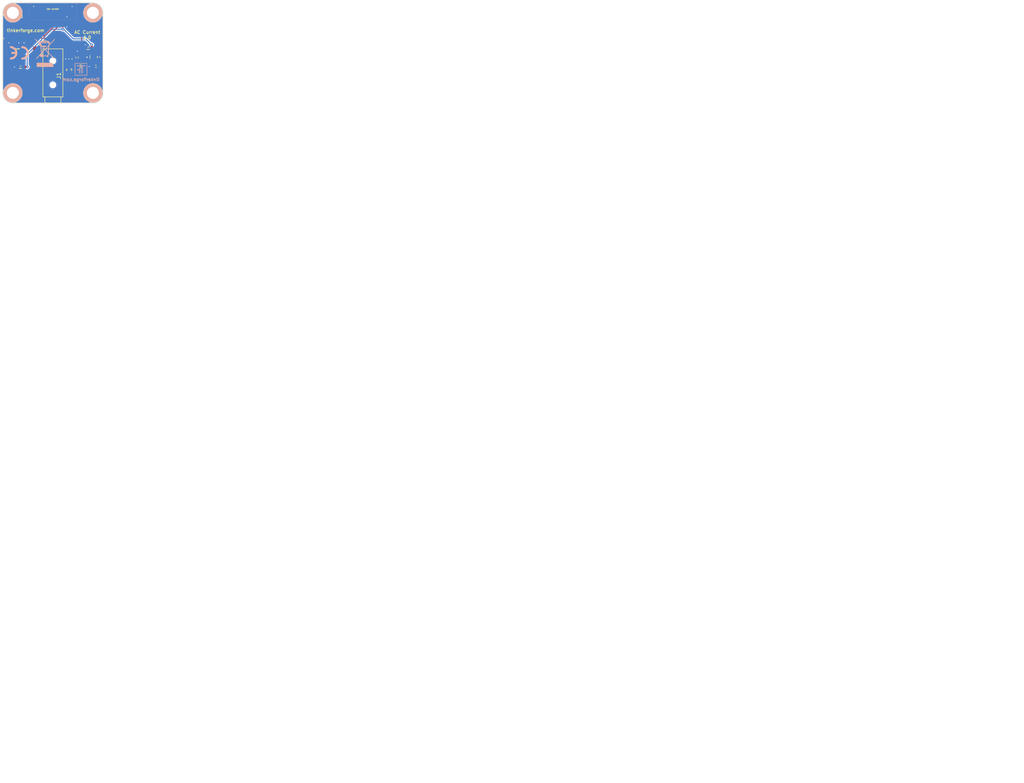
<source format=kicad_pcb>
(kicad_pcb (version 20221018) (generator pcbnew)
  (layers (0 "F.Cu" signal) (31 "B.Cu" signal) (34 "B.Paste" user) (35 "F.Paste" user) (36 "B.SilkS" user "B.Silkscreen") (37 "F.SilkS" user "F.Silkscreen") (38 "B.Mask" user) (39 "F.Mask" user) (44 "Edge.Cuts" user))
  (net 0 "")
  (net 1 "GND")
  (net 2 "VCC")
  (net 3 "Net-(P1-Pad4)")
  (net 4 "Net-(P1-Pad5)")
  (net 5 "Net-(P1-Pad6)")
  (net 6 "Net-(C3-Pad1)")
  (net 7 "Net-(P1-Pad7)")
  (net 8 "Net-(J1-Pad1)")
  (net 9 "Net-(R1-Pad1)")
  (footprint "Fiducial_Mark" (layer "F.Cu") (at 146 65)
    (fp_text reference "Fiducial_Mark" hide)
    (fp_text value "VAL**" hide)
    (pad "1" smd circle (at 0 0) (size 1.00076 1.00076) (layers "F.Cu" "F.Mask") (clearance 0.65024))
  )
  (footprint "Fiducial_Mark" (layer "F.Cu") (at 159 80)
    (fp_text reference "Fiducial_Mark" hide)
    (fp_text value "VAL**" hide)
    (pad "1" smd circle (at 0 0) (size 1.00076 1.00076) (layers "F.Cu" "F.Mask") (clearance 0.65024))
  )
  (footprint "kicad-libraries:0603" (layer "F.Cu") (at 144.5 75.5 180)
    (fp_text reference "C1" (at 0.05 0.225 180) (layer "F.SilkS") (effects (font (size 0.2 0.2) (thickness 0.05))))
    (fp_text value "100nF" (at 0.05 -0.375 180) (layer "F.SilkS") (effects (font (size 0.2 0.2) (thickness 0.05))))
    (pad "1" smd rect (at -0.8001 0 180) (size 0.8001 0.8001) (layers "F.Cu" "F.Paste" "F.Mask") (net 2 "VCC"))
    (pad "2" smd rect (at 0.8001 0 180) (size 0.8001 0.8001) (layers "F.Cu" "F.Paste" "F.Mask") (net 1 "GND"))
  )
  (footprint "kicad-libraries:0603" (layer "F.Cu") (at 161.4 70.8 180)
    (fp_text reference "C2" (at 0.05 0.225 180) (layer "F.SilkS") (effects (font (size 0.2 0.2) (thickness 0.05))))
    (fp_text value "100nF" (at 0.05 -0.375 180) (layer "F.SilkS") (effects (font (size 0.2 0.2) (thickness 0.05))))
    (pad "1" smd rect (at -0.8001 0 180) (size 0.8001 0.8001) (layers "F.Cu" "F.Paste" "F.Mask") (net 2 "VCC"))
    (pad "2" smd rect (at 0.8001 0 180) (size 0.8001 0.8001) (layers "F.Cu" "F.Paste" "F.Mask") (net 1 "GND"))
  )
  (footprint "kicad-libraries:0603" (layer "F.Cu") (at 158.6 73.2 90)
    (fp_text reference "C3" (at 0.05 0.225 90) (layer "F.SilkS") (effects (font (size 0.2 0.2) (thickness 0.05))))
    (fp_text value "1nF" (at 0.05 -0.375 90) (layer "F.SilkS") (effects (font (size 0.2 0.2) (thickness 0.05))))
    (pad "1" smd rect (at -0.8001 0 90) (size 0.8001 0.8001) (layers "F.Cu" "F.Paste" "F.Mask") (net 6 "Net-(C3-Pad1)"))
    (pad "2" smd rect (at 0.8001 0 90) (size 0.8001 0.8001) (layers "F.Cu" "F.Paste" "F.Mask") (net 1 "GND"))
  )
  (footprint "kicad-libraries:audio-jack" (layer "F.Cu") (at 152.5 83 90)
    (fp_text reference "J1" (at 5.3 1.5 90) (layer "F.SilkS"))
    (fp_text value "sensor")
    (pad "" np_thru_hole circle (at 3 0 90) (size 1.2 1.2) (drill 1.2) (layers "*.Cu" "*.Mask"))
    (pad "" np_thru_hole circle (at 9 0 90) (size 1.2 1.2) (drill 1.2) (layers "*.Cu" "*.Mask"))
    (pad "1" smd rect (at 1.7 3.5 90) (size 2.4 2.95) (layers "F.Cu" "F.Paste" "F.Mask") (net 8 "Net-(J1-Pad1)"))
    (pad "2" smd rect (at 11.4 3.5 90) (size 2.4 2.95) (layers "F.Cu" "F.Paste" "F.Mask") (net 1 "GND"))
    (pad "3" smd rect (at 4.4 -3.5 90) (size 2.4 2.95) (layers "F.Cu" "F.Paste" "F.Mask"))
    (pad "4" smd rect (at 11.4 -3.5 90) (size 2.4 2.95) (layers "F.Cu" "F.Paste" "F.Mask"))
  )
  (footprint "kicad-libraries:CON-SENSOR" (layer "F.Cu") (at 152.475 59.475 180)
    (fp_text reference "P1" (at 7.9502 -3.50012 180) (layer "F.SilkS") (effects (font (size 0.59944 0.59944) (thickness 0.12446))))
    (fp_text value "CON-SENSOR" (at 0 -1.6002 180) (layer "F.SilkS") (effects (font (size 0.29972 0.29972) (thickness 0.07112))))
    (pad "1" smd rect (at -4.50088 -4.7752 180) (size 0.59944 1.5494) (layers "F.Cu" "F.Paste" "F.Mask"))
    (pad "2" smd rect (at -3.50012 -4.7752 180) (size 0.59944 1.5494) (layers "F.Cu" "F.Paste" "F.Mask") (net 1 "GND"))
    (pad "3" smd rect (at -2.49936 -4.7752 180) (size 0.59944 1.5494) (layers "F.Cu" "F.Paste" "F.Mask") (net 2 "VCC"))
    (pad "4" smd rect (at -1.50114 -4.7752 180) (size 0.59944 1.5494) (layers "F.Cu" "F.Paste" "F.Mask") (net 3 "Net-(P1-Pad4)"))
    (pad "5" smd rect (at -0.50038 -4.7752 180) (size 0.59944 1.5494) (layers "F.Cu" "F.Paste" "F.Mask") (net 4 "Net-(P1-Pad5)"))
    (pad "6" smd rect (at 0.50038 -4.7752 180) (size 0.59944 1.5494) (layers "F.Cu" "F.Paste" "F.Mask") (net 5 "Net-(P1-Pad6)"))
    (pad "7" smd rect (at 1.50114 -4.7752 180) (size 0.59944 1.5494) (layers "F.Cu" "F.Paste" "F.Mask") (net 7 "Net-(P1-Pad7)"))
    (pad "8" smd rect (at 2.49936 -4.7752 180) (size 0.59944 1.5494) (layers "F.Cu" "F.Paste" "F.Mask"))
    (pad "9" smd rect (at 3.50012 -4.7752 180) (size 0.59944 1.5494) (layers "F.Cu" "F.Paste" "F.Mask"))
    (pad "10" smd rect (at 4.50088 -4.7752 180) (size 0.59944 1.5494) (layers "F.Cu" "F.Paste" "F.Mask"))
    (pad "EP" smd rect (at -5.79882 -0.89916 180) (size 1.19888 1.80086) (layers "F.Cu" "F.Paste" "F.Mask") (net 1 "GND"))
    (pad "EP" smd rect (at 5.79882 -0.89916 180) (size 1.19888 1.80086) (layers "F.Cu" "F.Paste" "F.Mask") (net 1 "GND"))
  )
  (footprint "kicad-libraries:0603" (layer "F.Cu") (at 164 73.1 90)
    (fp_text reference "R1" (at 0.05 0.225 90) (layer "F.SilkS") (effects (font (size 0.2 0.2) (thickness 0.05))))
    (fp_text value "10k" (at 0.05 -0.375 90) (layer "F.SilkS") (effects (font (size 0.2 0.2) (thickness 0.05))))
    (pad "1" smd rect (at -0.8001 0 90) (size 0.8001 0.8001) (layers "F.Cu" "F.Paste" "F.Mask") (net 9 "Net-(R1-Pad1)"))
    (pad "2" smd rect (at 0.8001 0 90) (size 0.8001 0.8001) (layers "F.Cu" "F.Paste" "F.Mask") (net 7 "Net-(P1-Pad7)"))
  )
  (footprint "kicad-libraries:0603" (layer "F.Cu") (at 163.2 75.4)
    (fp_text reference "R2" (at 0.05 0.225) (layer "F.SilkS") (effects (font (size 0.2 0.2) (thickness 0.05))))
    (fp_text value "1k" (at 0.05 -0.375) (layer "F.SilkS") (effects (font (size 0.2 0.2) (thickness 0.05))))
    (pad "1" smd rect (at -0.8001 0) (size 0.8001 0.8001) (layers "F.Cu" "F.Paste" "F.Mask") (net 1 "GND"))
    (pad "2" smd rect (at 0.8001 0) (size 0.8001 0.8001) (layers "F.Cu" "F.Paste" "F.Mask") (net 9 "Net-(R1-Pad1)"))
  )
  (footprint "kicad-libraries:0603" (layer "F.Cu") (at 159.4 75.4)
    (fp_text reference "R3" (at 0.05 0.225) (layer "F.SilkS") (effects (font (size 0.2 0.2) (thickness 0.05))))
    (fp_text value "10k" (at 0.05 -0.375) (layer "F.SilkS") (effects (font (size 0.2 0.2) (thickness 0.05))))
    (pad "1" smd rect (at -0.8001 0) (size 0.8001 0.8001) (layers "F.Cu" "F.Paste" "F.Mask") (net 8 "Net-(J1-Pad1)"))
    (pad "2" smd rect (at 0.8001 0) (size 0.8001 0.8001) (layers "F.Cu" "F.Paste" "F.Mask") (net 6 "Net-(C3-Pad1)"))
  )
  (footprint "kicad-libraries:1206" (layer "F.Cu") (at 156.5 76.2 -90)
    (fp_text reference "R4" (at 0 0.5375 270) (layer "F.SilkS") (effects (font (size 0.3 0.3) (thickness 0.075))))
    (fp_text value "10" (at 0 -0.65 270) (layer "F.SilkS") (effects (font (size 0.3 0.3) (thickness 0.075))))
    (pad "1" smd rect (at -1.50114 0 270) (size 1.00076 1.6002) (layers "F.Cu" "F.Paste" "F.Mask") (net 1 "GND"))
    (pad "2" smd rect (at 1.50114 0 270) (size 1.00076 1.6002) (layers "F.Cu" "F.Paste" "F.Mask") (net 8 "Net-(J1-Pad1)"))
  )
  (footprint "kicad-libraries:SOIC8" (layer "F.Cu") (at 143.4 71 180)
    (fp_text reference "U1" (at 3.29946 2.60096 180) (layer "F.SilkS") (effects (font (size 0.29972 0.29972) (thickness 0.0762))))
    (fp_text value "M24C64" (at 0 0 180) (layer "F.SilkS") (effects (font (size 0.29972 0.29972) (thickness 0.0762))))
    (pad "1" smd rect (at -1.90246 2.69748) (size 0.59944 1.5494) (layers "F.Cu" "F.Paste" "F.Mask") (net 1 "GND"))
    (pad "2" smd rect (at -0.63246 2.69748) (size 0.59944 1.5494) (layers "F.Cu" "F.Paste" "F.Mask") (net 1 "GND"))
    (pad "3" smd rect (at 0.63246 2.69748) (size 0.59944 1.5494) (layers "F.Cu" "F.Paste" "F.Mask") (net 5 "Net-(P1-Pad6)"))
    (pad "4" smd rect (at 1.90246 2.69748) (size 0.59944 1.5494) (layers "F.Cu" "F.Paste" "F.Mask") (net 1 "GND"))
    (pad "5" smd rect (at 1.90246 -2.69748 180) (size 0.59944 1.5494) (layers "F.Cu" "F.Paste" "F.Mask") (net 4 "Net-(P1-Pad5)"))
    (pad "6" smd rect (at 0.63246 -2.69748 180) (size 0.59944 1.5494) (layers "F.Cu" "F.Paste" "F.Mask") (net 3 "Net-(P1-Pad4)"))
    (pad "7" smd rect (at -0.63246 -2.69748 180) (size 0.59944 1.5494) (layers "F.Cu" "F.Paste" "F.Mask"))
    (pad "8" smd rect (at -1.90246 -2.69748 180) (size 0.59944 1.5494) (layers "F.Cu" "F.Paste" "F.Mask") (net 2 "VCC"))
  )
  (footprint "kicad-libraries:SOT23-5" (layer "F.Cu") (at 161.4 73.1 -90)
    (fp_text reference "U2" (at 0 0.35052 270) (layer "F.SilkS") (effects (font (size 0.2 0.2) (thickness 0.05))))
    (fp_text value "TLV271" (at -0.03 -0.38 270) (layer "F.SilkS") (effects (font (size 0.2 0.2) (thickness 0.05))))
    (pad "1" smd rect (at -0.94996 1.19888 270) (size 0.50038 0.8001) (layers "F.Cu" "F.Paste" "F.Mask") (net 7 "Net-(P1-Pad7)"))
    (pad "2" smd rect (at 0 1.19888 270) (size 0.50038 0.8001) (layers "F.Cu" "F.Paste" "F.Mask") (net 1 "GND"))
    (pad "3" smd rect (at 0.94996 1.19888 270) (size 0.50038 0.8001) (layers "F.Cu" "F.Paste" "F.Mask") (net 6 "Net-(C3-Pad1)"))
    (pad "4" smd rect (at 0.94996 -1.19888 270) (size 0.50038 0.8001) (layers "F.Cu" "F.Paste" "F.Mask") (net 9 "Net-(R1-Pad1)"))
    (pad "5" smd rect (at -0.94996 -1.19888 270) (size 0.50038 0.8001) (layers "F.Cu" "F.Paste" "F.Mask") (net 2 "VCC"))
  )
  (footprint "kicad-libraries:DRILL_NP" (layer "F.Cu") (at 162.5 62)
    (fp_text reference "U3" hide)
    (fp_text value "DRILL" hide)
    (pad "" np_thru_hole circle (at 0 0) (size 2.99974 2.99974) (drill 2.99974) (layers "*.Cu" "*.Mask" "F.SilkS") (clearance 0.89916))
  )
  (footprint "kicad-libraries:DRILL_NP" (layer "F.Cu") (at 142.5 82)
    (fp_text reference "U4" hide)
    (fp_text value "DRILL" hide)
    (pad "" np_thru_hole circle (at 0 0) (size 2.99974 2.99974) (drill 2.99974) (layers "*.Cu" "*.Mask" "F.SilkS") (clearance 0.89916))
  )
  (footprint "kicad-libraries:DRILL_NP" (layer "F.Cu") (at 162.5 82)
    (fp_text reference "U5" hide)
    (fp_text value "DRILL" hide)
    (pad "" np_thru_hole circle (at 0 0) (size 2.99974 2.99974) (drill 2.99974) (layers "*.Cu" "*.Mask" "F.SilkS") (clearance 0.89916))
  )
  (footprint "kicad-libraries:DRILL_NP" (layer "F.Cu") (at 142.5 62)
    (fp_text reference "U6" hide)
    (fp_text value "DRILL" hide)
    (pad "" np_thru_hole circle (at 0 0) (size 2.99974 2.99974) (drill 2.99974) (layers "*.Cu" "*.Mask" "F.SilkS") (clearance 0.89916))
  )
  (footprint "CE_5mm" (layer "B.Cu") (at 144.1 72 180)
    (fp_text reference "VAL" hide)
    (fp_text value "CE_5mm" hide)
  )
  (footprint "WEEE_7mm" (layer "B.Cu") (at 150.5 72)
    (fp_text reference "VAL" hide)
    (fp_text value "WEEE_7mm" hide)
  )
  (footprint "logo:Logo_31x31" (layer "B.Cu") (at 161.1 74.525 180)
    (fp_text reference "G***" hide)
    (fp_text value "Logo_31x31" hide)
  )
  (gr_arc (start 162.5 59.5) (mid 164.267767 60.232233) (end 165 62) (stroke (width 0.15)) (layer "Edge.Cuts"))
  (gr_line (start 162.5 59.5) (end 142.5 59.5) (stroke (width 0.15)) (layer "Edge.Cuts"))
  (gr_line (start 140 82) (end 140 62) (stroke (width 0.15)) (layer "Edge.Cuts"))
  (gr_line (start 165 62) (end 165 82) (stroke (width 0.15)) (layer "Edge.Cuts"))
  (gr_arc (start 165 82) (mid 164.267767 83.767767) (end 162.5 84.5) (stroke (width 0.15)) (layer "Edge.Cuts"))
  (gr_arc (start 142.5 84.5) (mid 140.732233 83.767767) (end 140 82) (stroke (width 0.15)) (layer "Edge.Cuts"))
  (gr_line (start 142.5 84.5) (end 162.5 84.5) (stroke (width 0.15)) (layer "Edge.Cuts"))
  (gr_arc (start 140 62) (mid 140.732233 60.232233) (end 142.5 59.5) (stroke (width 0.15)) (layer "Edge.Cuts"))
  (gr_text "tinkerforge.com" (at 159.475 78.65) (layer "B.SilkS") (effects (font (size 0.8 0.8)) (justify mirror)))
  (gr_text "AC Current\n1.0" (at 161.1 67.5) (layer "F.SilkS") (effects (font (size 0.8 0.8))))
  (gr_text "tinkerforge.com" (at 145.7 66.4) (layer "F.SilkS") (effects (font (size 0.8 0.8))))
  (segment (start 160.5999 70.0001) (end 160.6 70) (width 0.5) (layer "F.Cu") (net 1))
  (segment (start 155.97512 63.02488) (end 156 63) (width 0.5) (layer "F.Cu") (net 1))
  (segment (start 155.97512 65.47512) (end 156 65.5) (width 0.5) (layer "F.Cu") (net 1))
  (segment (start 145.3 69.5) (end 145.30246 69.49754) (width 0.254) (layer "F.Cu") (net 1))
  (segment (start 145.30246 69.49754) (end 145.30246 68.30252) (width 0.254) (layer "F.Cu") (net 1))
  (segment (start 144.03246 69.46754) (end 144 69.5) (width 0.254) (layer "F.Cu") (net 1))
  (segment (start 141.49754 69.49754) (end 141.5 69.5) (width 0.254) (layer "F.Cu") (net 1))
  (segment (start 147.67416 60.37416) (end 147.7 60.4) (width 0.254) (layer "F.Cu") (net 1))
  (segment (start 157.3 60.4) (end 157.32584 60.37416) (width 0.254) (layer "F.Cu") (net 1))
  (segment (start 157.32584 60.37416) (end 158.27382 60.37416) (width 0.254) (layer "F.Cu") (net 1))
  (segment (start 156.5 74.325) (end 155.7 73.525) (width 0.5) (layer "F.Cu") (net 1))
  (segment (start 156.5 74.3) (end 157.275 73.525) (width 0.5) (layer "F.Cu") (net 1))
  (segment (start 156.5 72.1) (end 156 71.6) (width 0.5) (layer "F.Cu") (net 1))
  (segment (start 142.9 75.5) (end 143.6999 75.5) (width 0.5) (layer "F.Cu") (net 1))
  (segment (start 155.97512 64.2502) (end 155.97512 63.02488) (width 0.5) (layer "F.Cu") (net 1))
  (segment (start 141.49754 68.30252) (end 141.49754 69.49754) (width 0.254) (layer "F.Cu") (net 1))
  (segment (start 156.5 72.1) (end 156.5 73.525) (width 0.5) (layer "F.Cu") (net 1))
  (segment (start 144.03246 68.30252) (end 144.03246 69.46754) (width 0.254) (layer "F.Cu") (net 1))
  (segment (start 156.5 74.69886) (end 156.5 74.325) (width 0.5) (layer "F.Cu") (net 1))
  (segment (start 160.20112 73.1) (end 161 73.1) (width 0.5) (layer "F.Cu") (net 1))
  (segment (start 158.6 71.6) (end 158.6 72.3999) (width 0.5) (layer "F.Cu") (net 1))
  (segment (start 160.5999 70.8) (end 160.5999 70.0001) (width 0.5) (layer "F.Cu") (net 1))
  (segment (start 155.97512 64.2502) (end 155.97512 65.47512) (width 0.5) (layer "F.Cu") (net 1))
  (segment (start 156.5 74.69886) (end 156.5 74.3) (width 0.5) (layer "F.Cu") (net 1))
  (segment (start 156.5 73.525) (end 156.5 74.69886) (width 0.5) (layer "F.Cu") (net 1))
  (segment (start 161.6 75.4) (end 162.3999 75.4) (width 0.5) (layer "F.Cu") (net 1))
  (segment (start 146.67618 60.37416) (end 147.67416 60.37416) (width 0.254) (layer "F.Cu") (net 1))
  (via (at 142.9 75.5) (size 0.7) (drill 0.25) (layers "F.Cu" "B.Cu") (net 1))
  (via (at 144 69.5) (size 0.7) (drill 0.25) (layers "F.Cu" "B.Cu") (net 1))
  (via (at 158.6 71.6) (size 0.7) (drill 0.25) (layers "F.Cu" "B.Cu") (net 1))
  (via (at 157.3 60.4) (size 0.7) (drill 0.25) (layers "F.Cu" "B.Cu") (net 1))
  (via (at 160.6 70) (size 0.7) (drill 0.25) (layers "F.Cu" "B.Cu") (net 1))
  (via (at 156 63) (size 0.7) (drill 0.25) (layers "F.Cu" "B.Cu") (net 1))
  (via (at 161 73.1) (size 0.7) (drill 0.25) (layers "F.Cu" "B.Cu") (net 1))
  (via (at 145.3 69.5) (size 0.7) (drill 0.25) (layers "F.Cu" "B.Cu") (net 1))
  (via (at 161.6 75.4) (size 0.7) (drill 0.25) (layers "F.Cu" "B.Cu") (net 1))
  (via (at 147.7 60.4) (size 0.7) (drill 0.25) (layers "F.Cu" "B.Cu") (net 1))
  (via (at 155.7 73.525) (size 0.7) (drill 0.25) (layers "F.Cu" "B.Cu") (net 1))
  (via (at 156 65.5) (size 0.7) (drill 0.25) (layers "F.Cu" "B.Cu") (net 1))
  (via (at 141.5 69.5) (size 0.7) (drill 0.25) (layers "F.Cu" "B.Cu") (net 1))
  (via (at 156.5 73.525) (size 0.7) (drill 0.25) (layers "F.Cu" "B.Cu") (net 1))
  (via (at 157.275 73.525) (size 0.7) (drill 0.25) (layers "F.Cu" "B.Cu") (net 1))
  (segment (start 161.6 73.7) (end 161 73.1) (width 0.254) (layer "B.Cu") (net 1))
  (segment (start 160.1 73.1) (end 158.6 71.6) (width 0.254) (layer "B.Cu") (net 1))
  (segment (start 157.4 71.6) (end 157.3 71.5) (width 0.254) (layer "B.Cu") (net 1))
  (segment (start 157.3 71) (end 157 70.7) (width 0.254) (layer "B.Cu") (net 1))
  (segment (start 160.2 70) (end 158.6 71.6) (width 0.254) (layer "B.Cu") (net 1))
  (segment (start 156.6 71.5) (end 151.1 77) (width 0.254) (layer "B.Cu") (net 1))
  (segment (start 151.1 77) (end 144.4 77) (width 0.254) (layer "B.Cu") (net 1))
  (segment (start 144.4 77) (end 142.9 75.5) (width 0.254) (layer "B.Cu") (net 1))
  (segment (start 150.7 63) (end 145.3 68.4) (width 0.254) (layer "B.Cu") (net 1))
  (segment (start 145.3 68.4) (end 145.3 69.5) (width 0.254) (layer "B.Cu") (net 1))
  (segment (start 144 69.5) (end 145.3 69.5) (width 0.254) (layer "B.Cu") (net 1))
  (segment (start 141.5 69.5) (end 144 69.5) (width 0.254) (layer "B.Cu") (net 1))
  (segment (start 142.9 70.6) (end 144 69.5) (width 0.254) (layer "B.Cu") (net 1))
  (segment (start 147.7 60.4) (end 157.3 60.4) (width 0.254) (layer "B.Cu") (net 1))
  (segment (start 156 61.7) (end 157.3 60.4) (width 0.254) (layer "B.Cu") (net 1))
  (segment (start 161.6 75.4) (end 161.6 73.7) (width 0.254) (layer "B.Cu") (net 1))
  (segment (start 156.2 71.5) (end 156.6 71.5) (width 0.254) (layer "B.Cu") (net 1))
  (segment (start 157.3 71.5) (end 157.3 71) (width 0.254) (layer "B.Cu") (net 1))
  (segment (start 161 73.1) (end 160.1 73.1) (width 0.254) (layer "B.Cu") (net 1))
  (segment (start 160.6 70) (end 160.2 70) (width 0.254) (layer "B.Cu") (net 1))
  (segment (start 156 63) (end 156 61.7) (width 0.254) (layer "B.Cu") (net 1))
  (segment (start 156 63) (end 150.7 63) (width 0.254) (layer "B.Cu") (net 1))
  (segment (start 158.6 71.6) (end 157.4 71.6) (width 0.254) (layer "B.Cu") (net 1))
  (segment (start 142.9 75.5) (end 142.9 70.6) (width 0.254) (layer "B.Cu") (net 1))
  (segment (start 162.59888 71.19878) (end 162.2001 70.8) (width 0.254) (layer "F.Cu") (net 2))
  (segment (start 145.3001 73.69984) (end 145.30246 73.69748) (width 0.5) (layer "F.Cu") (net 2))
  (segment (start 162.2001 70.0001) (end 162.2 70) (width 0.254) (layer "F.Cu") (net 2))
  (segment (start 154.97436 66.07436) (end 155 66.1) (width 0.254) (layer "F.Cu") (net 2))
  (segment (start 145.3001 75.5) (end 146.1 75.5) (width 0.5) (layer "F.Cu") (net 2))
  (segment (start 162.2001 70.0001) (end 162.2001 70.8) (width 0.254) (layer "F.Cu") (net 2))
  (segment (start 154.97436 66.07436) (end 154.97436 64.2502) (width 0.254) (layer "F.Cu") (net 2))
  (segment (start 145.3001 75.5) (end 145.3001 73.69984) (width 0.5) (layer "F.Cu") (net 2))
  (segment (start 162.59888 72.15004) (end 162.59888 71.19878) (width 0.254) (layer "F.Cu") (net 2))
  (via (at 146.1 75.5) (size 0.7) (drill 0.25) (layers "F.Cu" "B.Cu") (net 2))
  (via (at 155 66.1) (size 0.7) (drill 0.25) (layers "F.Cu" "B.Cu") (net 2))
  (via (at 162.2 70) (size 0.7) (drill 0.25) (layers "F.Cu" "B.Cu") (net 2))
  (segment (start 146.1 72.3) (end 152.3 66.1) (width 0.254) (layer "B.Cu") (net 2))
  (segment (start 152.3 66.1) (end 155 66.1) (width 0.254) (layer "B.Cu") (net 2))
  (segment (start 155.2 66.1) (end 157.6 68.5) (width 0.254) (layer "B.Cu") (net 2))
  (segment (start 157.6 68.5) (end 160.7 68.5) (width 0.254) (layer "B.Cu") (net 2))
  (segment (start 160.7 68.5) (end 162.2 70) (width 0.254) (layer "B.Cu") (net 2))
  (segment (start 146.1 75.5) (end 146.1 72.3) (width 0.254) (layer "B.Cu") (net 2))
  (segment (start 155 66.1) (end 155.2 66.1) (width 0.254) (layer "B.Cu") (net 2))
  (segment (start 143.4 72.2) (end 142.76754 72.83246) (width 0.254) (layer "F.Cu") (net 3))
  (segment (start 142.76754 72.83246) (end 142.76754 73.69748) (width 0.254) (layer "F.Cu") (net 3))
  (segment (start 153.97614 65.22386) (end 150.875 68.325) (width 0.254) (layer "F.Cu") (net 3))
  (segment (start 150.875 68.325) (end 148.025 68.325) (width 0.254) (layer "F.Cu") (net 3))
  (segment (start 148.025 68.325) (end 146.725 69.625) (width 0.254) (layer "F.Cu") (net 3))
  (segment (start 146.725 69.625) (end 146.725 70.525) (width 0.254) (layer "F.Cu") (net 3))
  (segment (start 146.725 70.525) (end 145.05 72.2) (width 0.254) (layer "F.Cu") (net 3))
  (segment (start 145.05 72.2) (end 143.4 72.2) (width 0.254) (layer "F.Cu") (net 3))
  (segment (start 153.97614 64.2502) (end 153.97614 65.22386) (width 0.254) (layer "F.Cu") (net 3))
  (segment (start 142.3 71.6) (end 141.49754 72.40246) (width 0.254) (layer "F.Cu") (net 4))
  (segment (start 141.49754 72.40246) (end 141.49754 73.69748) (width 0.254) (layer "F.Cu") (net 4))
  (segment (start 152.97538 65.17462) (end 150.375 67.775) (width 0.254) (layer "F.Cu") (net 4))
  (segment (start 150.375 67.775) (end 147.75 67.775) (width 0.254) (layer "F.Cu") (net 4))
  (segment (start 147.75 67.775) (end 146.175 69.35) (width 0.254) (layer "F.Cu") (net 4))
  (segment (start 146.175 69.35) (end 146.175 69.85) (width 0.254) (layer "F.Cu") (net 4))
  (segment (start 146.175 69.85) (end 144.425 71.6) (width 0.254) (layer "F.Cu") (net 4))
  (segment (start 144.425 71.6) (end 142.3 71.6) (width 0.254) (layer "F.Cu") (net 4))
  (segment (start 152.97538 64.2502) (end 152.97538 65.17462) (width 0.254) (layer "F.Cu") (net 4))
  (segment (start 151.97462 65.12538) (end 150.4 66.7) (width 0.254) (layer "F.Cu") (net 5))
  (segment (start 150.4 66.7) (end 143.4 66.7) (width 0.254) (layer "F.Cu") (net 5))
  (segment (start 143.4 66.7) (end 142.76754 67.33246) (width 0.254) (layer "F.Cu") (net 5))
  (segment (start 142.76754 67.33246) (end 142.76754 68.30252) (width 0.254) (layer "F.Cu") (net 5))
  (segment (start 151.97462 64.2502) (end 151.97462 65.12538) (width 0.254) (layer "F.Cu") (net 5))
  (segment (start 158.6001 74.0001) (end 160 75.4) (width 0.254) (layer "F.Cu") (net 6))
  (segment (start 160 75.4) (end 160.2001 75.4) (width 0.254) (layer "F.Cu") (net 6))
  (segment (start 158.64986 74.04996) (end 158.6 74.0001) (width 0.254) (layer "F.Cu") (net 6))
  (segment (start 158.6 74.0001) (end 158.6001 74.0001) (width 0.254) (layer "F.Cu") (net 6))
  (segment (start 160.20112 74.04996) (end 158.64986 74.04996) (width 0.254) (layer "F.Cu") (net 6))
  (segment (start 161.25004 72.15004) (end 162.2 73.1) (width 0.254) (layer "F.Cu") (net 7))
  (segment (start 162.2 73.1) (end 163.1999 73.1) (width 0.254) (layer "F.Cu") (net 7))
  (segment (start 163.1999 73.1) (end 164 72.2999) (width 0.254) (layer "F.Cu") (net 7))
  (segment (start 160.05004 72.15004) (end 159.7 71.8) (width 0.254) (layer "F.Cu") (net 7))
  (segment (start 159.7 71.8) (end 159.7 64.7) (width 0.254) (layer "F.Cu") (net 7))
  (segment (start 159.7 64.7) (end 157.1 62.1) (width 0.254) (layer "F.Cu") (net 7))
  (segment (start 157.1 62.1) (end 151.9 62.1) (width 0.254) (layer "F.Cu") (net 7))
  (segment (start 151.9 62.1) (end 150.97386 63.02614) (width 0.254) (layer "F.Cu") (net 7))
  (segment (start 150.97386 63.02614) (end 150.97386 64.2502) (width 0.254) (layer "F.Cu") (net 7))
  (segment (start 160.20112 72.15004) (end 161.25004 72.15004) (width 0.254) (layer "F.Cu") (net 7))
  (segment (start 160.20112 72.15004) (end 160.05004 72.15004) (width 0.254) (layer "F.Cu") (net 7))
  (segment (start 158.275 75.4) (end 156.5 77.175) (width 0.5) (layer "F.Cu") (net 8))
  (segment (start 156.5 77.175) (end 156.5 77.70114) (width 0.5) (layer "F.Cu") (net 8))
  (segment (start 156.5 80.8) (end 156 81.3) (width 0.5) (layer "F.Cu") (net 8))
  (segment (start 158.5999 75.4) (end 158.275 75.4) (width 0.5) (layer "F.Cu") (net 8))
  (segment (start 156.5 77.70114) (end 156.5 80.8) (width 0.5) (layer "F.Cu") (net 8))
  (segment (start 163.5999 73.9001) (end 163.45004 74.04996) (width 0.254) (layer "F.Cu") (net 9))
  (segment (start 163.45004 74.04996) (end 162.59888 74.04996) (width 0.254) (layer "F.Cu") (net 9))
  (segment (start 164.0001 73.9002) (end 164 73.9001) (width 0.254) (layer "F.Cu") (net 9))
  (segment (start 164 73.9001) (end 163.5999 73.9001) (width 0.254) (layer "F.Cu") (net 9))
  (segment (start 164.0001 75.4) (end 164.0001 73.9002) (width 0.254) (layer "F.Cu") (net 9))
  (zone (net 1) (net_name "GND") (layer "B.Cu") (connect_pads (clearance 0.2)) (min_thickness 0.15) (fill yes (thermal_gap 0.508) (thermal_bridge_width 0.508))
    (polygon (pts (xy 140 59.5) (xy 165 59.5) (xy 165 84.5) (xy 140 84.5)))
  )
)
</source>
